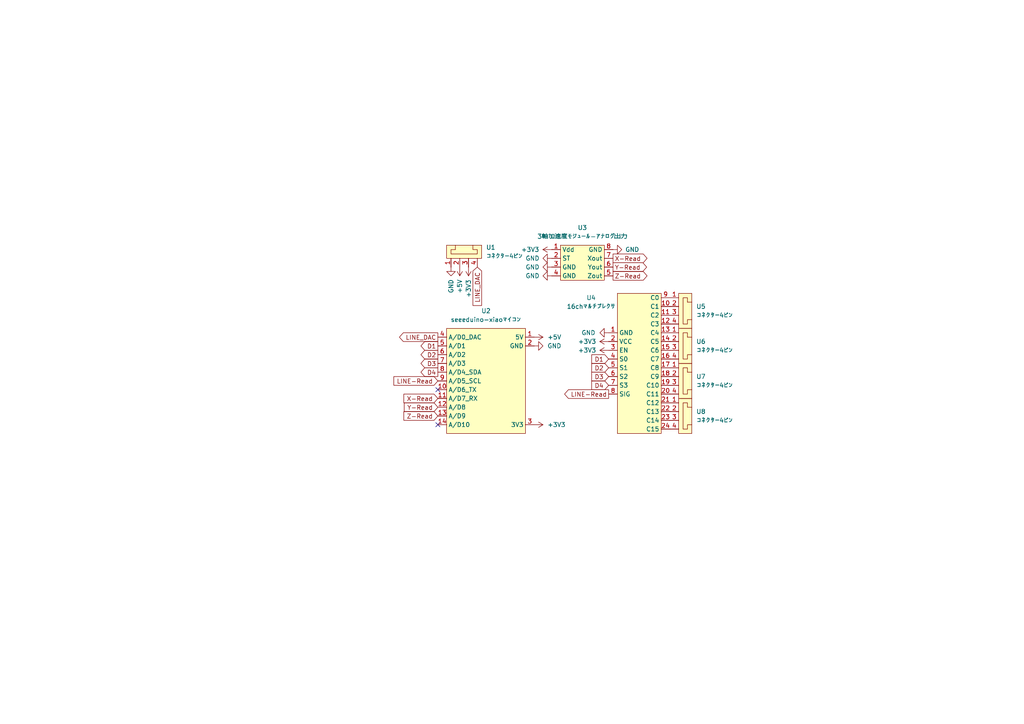
<source format=kicad_sch>
(kicad_sch (version 20211123) (generator eeschema)
  (paper "A4")
  (lib_symbols
    (symbol "power:+3V3" (power) (pin_names (offset 0))
      (property "Value" "+3V3" (at 0 3.556 0))
      (symbol "+3V3_0_1"
        (polyline (pts (xy -0.762 1.27) (xy 0 2.54)))
        (polyline (pts (xy 0 0) (xy 0 2.54)))
        (polyline (pts (xy 0 2.54) (xy 0.762 1.27)))
      )
      (symbol "+3V3_1_1"
        (pin power_in line (at 0 0 90) (length 0) hide (name "+3V3") (number "1"))
      )
    )
    (symbol "power:+5V" (power) (pin_names (offset 0))
      (property "Value" "+5V" (at 0 3.556 0))
      (symbol "+5V_0_1"
        (polyline (pts (xy -0.762 1.27) (xy 0 2.54)))
        (polyline (pts (xy 0 0) (xy 0 2.54)))
        (polyline (pts (xy 0 2.54) (xy 0.762 1.27)))
      )
      (symbol "+5V_1_1"
        (pin power_in line (at 0 0 90) (length 0) hide (name "+5V") (number "1"))
      )
    )
    (symbol "power:GND" (power) (pin_names (offset 0))
      (property "Value" "GND" (at 0 -3.81 0))
      (symbol "GND_0_1"
        (polyline (pts (xy 0 0) (xy 0 -1.27) (xy 1.27 -1.27) (xy 0 -2.54) (xy -1.27 -1.27) (xy 0 -1.27)))
      )
      (symbol "GND_1_1"
        (pin power_in line (at 0 0 270) (length 0) hide (name "GND") (number "1"))
      )
    )
    (symbol "自分のシンボルエディター:16chマルチプレクサ"
      (property "Reference" "U" (at 0 0 0))
      (property "Value" "16chマルチプレクサ" (at 0 0 0))
      (symbol "16chマルチプレクサ_0_1"
        (rectangle (start -20.32 -7.62) (end 20.32 -20.32) (fill (type background)))
      )
      (symbol "16chマルチプレクサ_1_1"
        (pin input line (at -8.89 -22.86 90) (length 2.54) (name "GND") (number "1"))
        (pin input line (at -16.51 -5.08 270) (length 2.54) (name "C1") (number "10"))
        (pin input line (at -13.97 -5.08 270) (length 2.54) (name "C2") (number "11"))
        (pin input line (at -11.43 -5.08 270) (length 2.54) (name "C3") (number "12"))
        (pin input line (at -8.89 -5.08 270) (length 2.54) (name "C4") (number "13"))
        (pin input line (at -6.35 -5.08 270) (length 2.54) (name "C5") (number "14"))
        (pin input line (at -3.81 -5.08 270) (length 2.54) (name "C6") (number "15"))
        (pin input line (at -1.27 -5.08 270) (length 2.54) (name "C7") (number "16"))
        (pin input line (at 1.27 -5.08 270) (length 2.54) (name "C8") (number "17"))
        (pin input line (at 3.81 -5.08 270) (length 2.54) (name "C9") (number "18"))
        (pin input line (at 6.35 -5.08 270) (length 2.54) (name "C10") (number "19"))
        (pin input line (at -6.35 -22.86 90) (length 2.54) (name "VCC") (number "2"))
        (pin input line (at 8.89 -5.08 270) (length 2.54) (name "C11") (number "20"))
        (pin input line (at 11.43 -5.08 270) (length 2.54) (name "C12") (number "21"))
        (pin input line (at 13.97 -5.08 270) (length 2.54) (name "C13") (number "22"))
        (pin input line (at 16.51 -5.08 270) (length 2.54) (name "C14") (number "23"))
        (pin input line (at 19.05 -5.08 270) (length 2.54) (name "C15") (number "24"))
        (pin input line (at -3.81 -22.86 90) (length 2.54) (name "EN") (number "3"))
        (pin input line (at -1.27 -22.86 90) (length 2.54) (name "S0") (number "4"))
        (pin input line (at 1.27 -22.86 90) (length 2.54) (name "S1") (number "5"))
        (pin input line (at 3.81 -22.86 90) (length 2.54) (name "S2") (number "6"))
        (pin input line (at 6.35 -22.86 90) (length 2.54) (name "S3") (number "7"))
        (pin input line (at 8.89 -22.86 90) (length 2.54) (name "SIG") (number "8"))
        (pin input line (at -19.05 -5.08 270) (length 2.54) (name "C0") (number "9"))
      )
    )
    (symbol "自分のシンボルエディター:3軸加速度モジュール-アナログ出力"
      (property "Reference" "U" (at 0 0 0))
      (property "Value" "3軸加速度モジュール-アナログ出力" (at 0 0 0))
      (symbol "3軸加速度モジュール-アナログ出力_0_0"
        (text "" (at 1.27 -17.78 0) (effects (font (size 1.27 1.27))))
      )
      (symbol "3軸加速度モジュール-アナログ出力_0_1"
        (rectangle (start -6.35 -2.54) (end 6.35 -12.7) (fill (type background)))
      )
      (symbol "3軸加速度モジュール-アナログ出力_1_1"
        (pin input line (at -8.89 -3.81 0) (length 2.54) (name "Vdd") (number "1"))
        (pin input line (at -8.89 -6.35 0) (length 2.54) (name "ST") (number "2"))
        (pin input line (at -8.89 -8.89 0) (length 2.54) (name "GND") (number "3"))
        (pin input line (at -8.89 -11.43 0) (length 2.54) (name "GND") (number "4"))
        (pin input line (at 8.89 -11.43 180) (length 2.54) (name "Zout") (number "5"))
        (pin input line (at 8.89 -8.89 180) (length 2.54) (name "Yout") (number "6"))
        (pin input line (at 8.89 -6.35 180) (length 2.54) (name "Xout") (number "7"))
        (pin input line (at 8.89 -3.81 180) (length 2.54) (name "GND") (number "8"))
      )
    )
    (symbol "自分のシンボルエディター:seeeduino-xiaoマイコン"
      (property "Reference" "U" (at 11.43 0 0))
      (property "Value" "seeeduino-xiaoマイコン" (at 0 0 0))
      (symbol "seeeduino-xiaoマイコン_0_1"
        (rectangle (start -11.43 -1.27) (end 11.43 -31.75) (fill (type background)))
      )
      (symbol "seeeduino-xiaoマイコン_1_1"
        (pin input line (at 13.97 -3.81 180) (length 2.54) (name "5V") (number "1"))
        (pin input line (at -13.97 -19.05 0) (length 2.54) (name "A/D6_TX") (number "10"))
        (pin input line (at -13.97 -21.59 0) (length 2.54) (name "A/D7_RX") (number "11"))
        (pin input line (at -13.97 -24.13 0) (length 2.54) (name "A/D8") (number "12"))
        (pin input line (at -13.97 -26.67 0) (length 2.54) (name "A/D9") (number "13"))
        (pin input line (at -13.97 -29.21 0) (length 2.54) (name "A/D10") (number "14"))
        (pin input line (at 13.97 -6.35 180) (length 2.54) (name "GND") (number "2"))
        (pin input line (at 13.97 -29.21 180) (length 2.54) (name "3V3") (number "3"))
        (pin input line (at -13.97 -3.81 0) (length 2.54) (name "A/D0_DAC") (number "4"))
        (pin input line (at -13.97 -6.35 0) (length 2.54) (name "A/D1") (number "5"))
        (pin input line (at -13.97 -8.89 0) (length 2.54) (name "A/D2") (number "6"))
        (pin input line (at -13.97 -11.43 0) (length 2.54) (name "A/D3") (number "7"))
        (pin input line (at -13.97 -13.97 0) (length 2.54) (name "A/D4_SDA") (number "8"))
        (pin input line (at -13.97 -16.51 0) (length 2.54) (name "A/D5_SCL") (number "9"))
      )
    )
    (symbol "自分のシンボルエディター:コネクター4ピン"
      (property "Reference" "U" (at 6.35 0 0))
      (property "Value" "コネクター4ピン" (at 0 0 0))
      (symbol "コネクター4ピン_0_1"
        (rectangle (start -5.08 -1.27) (end 5.08 -5.08) (fill (type background)))
        (polyline (pts (xy -2.54 -2.54) (xy -2.54 -1.27)))
        (polyline (pts (xy -2.54 -2.54) (xy -3.81 -2.54) (xy -3.81 -3.81) (xy 3.81 -3.81) (xy 3.81 -2.54) (xy 2.54 -2.54) (xy 2.54 -1.27)))
      )
      (symbol "コネクター4ピン_1_1"
        (pin input line (at -3.81 -7.62 90) (length 2.54) (name "") (number "1"))
        (pin input line (at -1.27 -7.62 90) (length 2.54) (name "") (number "2"))
        (pin input line (at 1.27 -7.62 90) (length 2.54) (name "") (number "3"))
        (pin input line (at 3.81 -7.62 90) (length 2.54) (name "") (number "4"))
      )
    )
  )
  (no_connect (at 127 113.03))
  (no_connect (at 127 123.19))
  (global_label "D2" (shape output) (at 127 102.87 180) (property "Intersheet References" "${INTERSHEET_REFS}" (effects hide)))
  (global_label "Z-Read" (shape output) (at 177.8 80.01 0) (property "Intersheet References" "${INTERSHEET_REFS}" (effects hide)))
  (global_label "D1" (shape output) (at 127 100.33 180) (property "Intersheet References" "${INTERSHEET_REFS}" (effects hide)))
  (global_label "Y-Read" (shape input) (at 127 118.11 180) (property "Intersheet References" "${INTERSHEET_REFS}" (effects hide)))
  (global_label "Y-Read" (shape output) (at 177.8 77.47 0) (property "Intersheet References" "${INTERSHEET_REFS}" (effects hide)))
  (global_label "D2" (shape input) (at 176.53 106.68 180) (property "Intersheet References" "${INTERSHEET_REFS}" (effects hide)))
  (global_label "D4" (shape output) (at 127 107.95 180) (property "Intersheet References" "${INTERSHEET_REFS}" (effects hide)))
  (global_label "D4" (shape input) (at 176.53 111.76 180) (property "Intersheet References" "${INTERSHEET_REFS}" (effects hide)))
  (global_label "D3" (shape input) (at 176.53 109.22 180) (property "Intersheet References" "${INTERSHEET_REFS}" (effects hide)))
  (global_label "LINE-Read" (shape input) (at 127 110.49 180) (property "Intersheet References" "${INTERSHEET_REFS}" (effects hide)))
  (global_label "LINE-Read" (shape output) (at 176.53 114.3 180) (property "Intersheet References" "${INTERSHEET_REFS}" (effects hide)))
  (global_label "LINE_DAC" (shape output) (at 127 97.79 180) (property "Intersheet References" "${INTERSHEET_REFS}" (effects hide)))
  (global_label "Z-Read" (shape input) (at 127 120.65 180) (property "Intersheet References" "${INTERSHEET_REFS}" (effects hide)))
  (global_label "LINE_DAC" (shape input) (at 138.43 77.47 270) (property "Intersheet References" "${INTERSHEET_REFS}" (effects hide)))
  (global_label "X-Read" (shape input) (at 127 115.57 180) (property "Intersheet References" "${INTERSHEET_REFS}" (effects hide)))
  (global_label "X-Read" (shape output) (at 177.8 74.93 0) (property "Intersheet References" "${INTERSHEET_REFS}" (effects hide)))
  (global_label "D3" (shape output) (at 127 105.41 180) (property "Intersheet References" "${INTERSHEET_REFS}" (effects hide)))
  (global_label "D1" (shape input) (at 176.53 104.14 180) (property "Intersheet References" "${INTERSHEET_REFS}" (effects hide)))
  (symbol (lib_id "power:+3V3") (at 160.02 72.39 90) (unit 1)
    (property "Reference" "#PWR0103" (effects hide))
    (property "Value" "+3V3" (at 151.13 72.39 90) (effects (justify right)))
  )
  (symbol (lib_id "power:GND") (at 160.02 80.01 270) (unit 1)
    (property "Reference" "#(lib_symbols0101" (effects hide))
    (property "Value" "GND" (at 152.4 80.01 90) (effects (justify left)))
    (property "Footprint" "    (property \"Reference\" \"#PWR\" (id 0) (at 0 -6.35 0)" (effects hide))
    (property "Datasheet" "      (effects (font (size 1.27 1.27)) hide)" (effects hide))
  )
  (symbol (lib_id "power:+3V3") (at 176.53 101.6 90) (unit 1)
    (property "Reference" "#PWR0105" (effects hide))
    (property "Value" "+3V3" (at 167.64 101.6 90) (effects (justify right)))
  )
  (symbol (lib_id "power:+5V") (at 133.35 77.47 180) (unit 1)
    (property "Reference" "#PWR0107" (effects hide))
    (property "Value" "+5V" (at 133.35 85.09 90) (effects (justify right)))
  )
  (symbol (lib_id "自分のシンボルエディター:seeeduino-xiaoマイコン") (at 140.97 93.98 0) (unit 1)
    (property "Reference" "U2" (at 140.97 90.17 0))
    (property "Value" "seeeduino-xiaoマイコン" (at 140.97 92.71 0))
    (property "Footprint" "自分のフットプリント:seeeduino-xiaoマイコン" (effects hide))
  )
  (symbol (lib_id "power:+3V3") (at 154.94 123.19 270) (unit 1)
    (property "Reference" "#PWR0109" (effects hide))
    (property "Value" "+3V3" (at 158.75 123.1899 90) (effects (justify left)))
  )
  (symbol (lib_id "power:GND") (at 130.81 77.47 0) (unit 1)
    (property "Reference" "#PWR0106" (effects hide))
    (property "Value" "GND" (at 130.81 85.09 90) (effects (justify left)))
  )
  (symbol (lib_id "自分のシンボルエディター:コネクター4ピン") (at 201.93 120.65 270) (unit 1)
    (property "Reference" "U8" (at 201.93 119.3799 90) (effects (justify left)))
    (property "Value" "コネクター4ピン" (at 201.93 121.9199 90) (effects (justify left)))
    (property "Footprint" "自分のフットプリント:コネクター4ピン" (effects hide))
  )
  (symbol (lib_id "自分のシンボルエディター:コネクター4ピン") (at 201.93 90.17 270) (unit 1)
    (property "Reference" "U5" (at 201.93 88.8999 90) (effects (justify left)))
    (property "Value" "コネクター4ピン" (at 201.93 91.4399 90) (effects (justify left)))
    (property "Footprint" "自分のフットプリント:コネクター4ピン" (effects hide))
  )
  (symbol (lib_id "自分のシンボルエディター:3軸加速度モジュール-アナログ出力") (at 168.91 68.58 0) (unit 1)
    (property "Reference" "U3" (at 168.91 66.04 0))
    (property "Value" "3軸加速度モジュール-アナログ出力" (at 168.91 68.58 0))
    (property "Footprint" "自分のフットプリント:3軸加速度モジュール-アナログ出力" (effects hide))
  )
  (symbol (lib_id "自分のシンボルエディター:コネクター4ピン") (at 201.93 110.49 270) (unit 1)
    (property "Reference" "U7" (at 201.93 109.2199 90) (effects (justify left)))
    (property "Value" "コネクター4ピン" (at 201.93 111.7599 90) (effects (justify left)))
    (property "Footprint" "自分のフットプリント:コネクター4ピン" (effects hide))
  )
  (symbol (lib_id "power:+3V3") (at 135.89 77.47 180) (unit 1)
    (property "Reference" "#PWR?" (effects hide))
    (property "Value" "+3V3" (at 135.89 86.36 90) (effects (justify right)))
  )
  (symbol (lib_id "自分のシンボルエディター:16chマルチプレクサ") (at 199.39 105.41 270) (unit 1)
    (property "Reference" "U4" (at 171.45 86.36 90))
    (property "Value" "16chマルチプレクサ" (at 171.45 88.9 90))
    (property "Footprint" "自分のフットプリント:マルチプレクサ" (effects hide))
  )
  (symbol (lib_id "power:GND") (at 176.53 96.52 270) (unit 1)
    (property "Reference" "#PWR0110" (effects hide))
    (property "Value" "GND" (at 172.72 96.5199 90) (effects (justify right)))
  )
  (symbol (lib_id "power:GND") (at 160.02 74.93 270) (unit 1)
    (property "Reference" "#PWR0101" (effects hide))
    (property "Value" "GND" (at 152.4 74.93 90) (effects (justify left)))
  )
  (symbol (lib_id "power:GND") (at 154.94 100.33 90) (unit 1)
    (property "Reference" "#PWR0108" (effects hide))
    (property "Value" "GND" (at 158.75 100.3299 90) (effects (justify right)))
  )
  (symbol (lib_id "power:GND") (at 160.02 77.47 270) (unit 1)
    (property "Reference" "#(lib_symbols0102" (effects hide))
    (property "Value" "GND" (at 152.4 77.47 90) (effects (justify left)))
    (property "Footprint" "    (property \"Reference\" \"#PWR\" (id 0) (at 0 -6.35 0)" (effects hide))
    (property "Datasheet" "      (effects (font (size 1.27 1.27)) hide)" (effects hide))
  )
  (symbol (lib_id "power:+3V3") (at 176.53 99.06 90) (unit 1)
    (property "Reference" "#PWR0104" (effects hide))
    (property "Value" "+3V3" (at 167.64 99.06 90) (effects (justify right)))
  )
  (symbol (lib_id "自分のシンボルエディター:コネクター4ピン") (at 201.93 100.33 270) (unit 1)
    (property "Reference" "U6" (at 201.93 99.0599 90) (effects (justify left)))
    (property "Value" "コネクター4ピン" (at 201.93 101.5999 90) (effects (justify left)))
    (property "Footprint" "自分のフットプリント:コネクター4ピン" (effects hide))
  )
  (symbol (lib_id "power:GND") (at 177.8 72.39 90) (unit 1)
    (property "Reference" "#(lib_symbols0103" (effects hide))
    (property "Value" "GND" (at 185.42 72.39 90) (effects (justify left)))
    (property "Footprint" "    (property \"Reference\" \"#PWR\" (id 0) (at 0 -6.35 0)" (effects hide))
    (property "Datasheet" "      (effects (font (size 1.27 1.27)) hide)" (effects hide))
  )
  (symbol (lib_id "power:+5V") (at 154.94 97.79 270) (unit 1)
    (property "Reference" "#PWR0102" (effects hide))
    (property "Value" "+5V" (at 158.75 97.7899 90) (effects (justify left)))
  )
  (symbol (lib_id "自分のシンボルエディター:コネクター4ピン") (at 134.62 69.85 0) (unit 1)
    (property "Reference" "U1" (at 140.97 71.7549 0) (effects (justify left)))
    (property "Value" "コネクター4ピン" (at 140.97 74.2949 0) (effects (justify left)))
    (property "Footprint" "自分のフットプリント:コネクター4ピン" (effects hide))
  )
)
</source>
